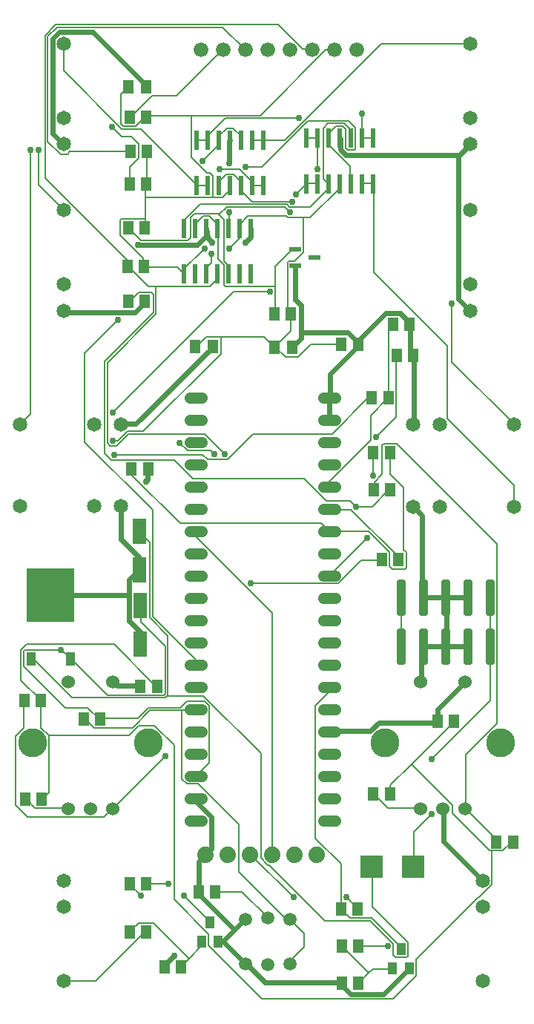
<source format=gtl>
G04 EAGLE Gerber RS-274X export*
G75*
%MOMM*%
%FSLAX34Y34*%
%LPD*%
%INTop Copper*%
%IPPOS*%
%AMOC8*
5,1,8,0,0,1.08239X$1,22.5*%
G01*
%ADD10C,1.308000*%
%ADD11R,1.300000X1.500000*%
%ADD12R,2.540000X2.540000*%
%ADD13R,1.600000X3.000000*%
%ADD14C,0.500000*%
%ADD15R,5.400000X6.200000*%
%ADD16R,1.000000X1.600000*%
%ADD17C,1.676400*%
%ADD18C,1.650000*%
%ADD19C,1.879600*%
%ADD20R,0.600000X2.200000*%
%ADD21R,1.300000X1.600000*%
%ADD22R,1.320800X0.558800*%
%ADD23R,1.320800X0.508000*%
%ADD24C,1.508000*%
%ADD25R,1.000000X1.400000*%
%ADD26C,1.524000*%
%ADD27C,3.302000*%
%ADD28C,0.609600*%
%ADD29C,0.756400*%
%ADD30C,0.152400*%


D10*
X992060Y465900D02*
X1005140Y465900D01*
X1005140Y440500D02*
X992060Y440500D01*
X992060Y415100D02*
X1005140Y415100D01*
X1005140Y389700D02*
X992060Y389700D01*
X992060Y364300D02*
X1005140Y364300D01*
X1005140Y338900D02*
X992060Y338900D01*
X992060Y313500D02*
X1005140Y313500D01*
X1005140Y288100D02*
X992060Y288100D01*
X992060Y262700D02*
X1005140Y262700D01*
X1005140Y237300D02*
X992060Y237300D01*
X992060Y211900D02*
X1005140Y211900D01*
X1005140Y186500D02*
X992060Y186500D01*
X992060Y161100D02*
X1005140Y161100D01*
X1005140Y135700D02*
X992060Y135700D01*
X992060Y110300D02*
X1005140Y110300D01*
X1005140Y84900D02*
X992060Y84900D01*
X992060Y59500D02*
X1005140Y59500D01*
X1005140Y34100D02*
X992060Y34100D01*
X992060Y8700D02*
X1005140Y8700D01*
X1005140Y-16700D02*
X992060Y-16700D01*
X1144460Y465900D02*
X1157540Y465900D01*
X1157540Y440500D02*
X1144460Y440500D01*
X1144460Y415100D02*
X1157540Y415100D01*
X1157540Y389700D02*
X1144460Y389700D01*
X1144460Y364300D02*
X1157540Y364300D01*
X1157540Y338900D02*
X1144460Y338900D01*
X1144460Y313500D02*
X1157540Y313500D01*
X1157540Y288100D02*
X1144460Y288100D01*
X1144460Y262700D02*
X1157540Y262700D01*
X1157540Y237300D02*
X1144460Y237300D01*
X1144460Y211900D02*
X1157540Y211900D01*
X1157540Y186500D02*
X1144460Y186500D01*
X1144460Y161100D02*
X1157540Y161100D01*
X1157540Y135700D02*
X1144460Y135700D01*
X1144460Y110300D02*
X1157540Y110300D01*
X1157540Y84900D02*
X1144460Y84900D01*
X1144460Y59500D02*
X1157540Y59500D01*
X1157540Y34100D02*
X1144460Y34100D01*
X1144460Y8700D02*
X1157540Y8700D01*
X1157540Y-16700D02*
X1144460Y-16700D01*
D11*
X921700Y575900D03*
X940700Y575900D03*
X925200Y384300D03*
X944200Y384300D03*
X1228200Y513900D03*
X1247200Y513900D03*
X1224000Y549900D03*
X1243000Y549900D03*
D12*
X1246795Y-69400D03*
X1199805Y-69400D03*
D13*
X934000Y313700D03*
X934000Y269700D03*
D14*
X1236100Y200010D02*
X1236100Y163510D01*
X1231100Y163510D01*
X1231100Y200010D01*
X1236100Y200010D01*
X1236100Y168260D02*
X1231100Y168260D01*
X1231100Y173010D02*
X1236100Y173010D01*
X1236100Y177760D02*
X1231100Y177760D01*
X1231100Y182510D02*
X1236100Y182510D01*
X1236100Y187260D02*
X1231100Y187260D01*
X1231100Y192010D02*
X1236100Y192010D01*
X1236100Y196760D02*
X1231100Y196760D01*
X1236100Y219390D02*
X1236100Y255890D01*
X1236100Y219390D02*
X1231100Y219390D01*
X1231100Y255890D01*
X1236100Y255890D01*
X1236100Y224140D02*
X1231100Y224140D01*
X1231100Y228890D02*
X1236100Y228890D01*
X1236100Y233640D02*
X1231100Y233640D01*
X1231100Y238390D02*
X1236100Y238390D01*
X1236100Y243140D02*
X1231100Y243140D01*
X1231100Y247890D02*
X1236100Y247890D01*
X1236100Y252640D02*
X1231100Y252640D01*
X1261500Y200010D02*
X1261500Y163510D01*
X1256500Y163510D01*
X1256500Y200010D01*
X1261500Y200010D01*
X1261500Y168260D02*
X1256500Y168260D01*
X1256500Y173010D02*
X1261500Y173010D01*
X1261500Y177760D02*
X1256500Y177760D01*
X1256500Y182510D02*
X1261500Y182510D01*
X1261500Y187260D02*
X1256500Y187260D01*
X1256500Y192010D02*
X1261500Y192010D01*
X1261500Y196760D02*
X1256500Y196760D01*
X1261500Y219390D02*
X1261500Y255890D01*
X1261500Y219390D02*
X1256500Y219390D01*
X1256500Y255890D01*
X1261500Y255890D01*
X1261500Y224140D02*
X1256500Y224140D01*
X1256500Y228890D02*
X1261500Y228890D01*
X1261500Y233640D02*
X1256500Y233640D01*
X1256500Y238390D02*
X1261500Y238390D01*
X1261500Y243140D02*
X1256500Y243140D01*
X1256500Y247890D02*
X1261500Y247890D01*
X1261500Y252640D02*
X1256500Y252640D01*
X1286900Y200010D02*
X1286900Y163510D01*
X1281900Y163510D01*
X1281900Y200010D01*
X1286900Y200010D01*
X1286900Y168260D02*
X1281900Y168260D01*
X1281900Y173010D02*
X1286900Y173010D01*
X1286900Y177760D02*
X1281900Y177760D01*
X1281900Y182510D02*
X1286900Y182510D01*
X1286900Y187260D02*
X1281900Y187260D01*
X1281900Y192010D02*
X1286900Y192010D01*
X1286900Y196760D02*
X1281900Y196760D01*
X1286900Y219390D02*
X1286900Y255890D01*
X1286900Y219390D02*
X1281900Y219390D01*
X1281900Y255890D01*
X1286900Y255890D01*
X1286900Y224140D02*
X1281900Y224140D01*
X1281900Y228890D02*
X1286900Y228890D01*
X1286900Y233640D02*
X1281900Y233640D01*
X1281900Y238390D02*
X1286900Y238390D01*
X1286900Y243140D02*
X1281900Y243140D01*
X1281900Y247890D02*
X1286900Y247890D01*
X1286900Y252640D02*
X1281900Y252640D01*
X1312300Y200010D02*
X1312300Y163510D01*
X1307300Y163510D01*
X1307300Y200010D01*
X1312300Y200010D01*
X1312300Y168260D02*
X1307300Y168260D01*
X1307300Y173010D02*
X1312300Y173010D01*
X1312300Y177760D02*
X1307300Y177760D01*
X1307300Y182510D02*
X1312300Y182510D01*
X1312300Y187260D02*
X1307300Y187260D01*
X1307300Y192010D02*
X1312300Y192010D01*
X1312300Y196760D02*
X1307300Y196760D01*
X1312300Y219390D02*
X1312300Y255890D01*
X1312300Y219390D02*
X1307300Y219390D01*
X1307300Y255890D01*
X1312300Y255890D01*
X1312300Y224140D02*
X1307300Y224140D01*
X1307300Y228890D02*
X1312300Y228890D01*
X1312300Y233640D02*
X1307300Y233640D01*
X1307300Y238390D02*
X1312300Y238390D01*
X1312300Y243140D02*
X1307300Y243140D01*
X1307300Y247890D02*
X1312300Y247890D01*
X1312300Y252640D02*
X1307300Y252640D01*
X1337700Y200010D02*
X1337700Y163510D01*
X1332700Y163510D01*
X1332700Y200010D01*
X1337700Y200010D01*
X1337700Y168260D02*
X1332700Y168260D01*
X1332700Y173010D02*
X1337700Y173010D01*
X1337700Y177760D02*
X1332700Y177760D01*
X1332700Y182510D02*
X1337700Y182510D01*
X1337700Y187260D02*
X1332700Y187260D01*
X1332700Y192010D02*
X1337700Y192010D01*
X1337700Y196760D02*
X1332700Y196760D01*
X1337700Y219390D02*
X1337700Y255890D01*
X1337700Y219390D02*
X1332700Y219390D01*
X1332700Y255890D01*
X1337700Y255890D01*
X1337700Y224140D02*
X1332700Y224140D01*
X1332700Y228890D02*
X1337700Y228890D01*
X1337700Y233640D02*
X1332700Y233640D01*
X1332700Y238390D02*
X1337700Y238390D01*
X1337700Y243140D02*
X1332700Y243140D01*
X1332700Y247890D02*
X1337700Y247890D01*
X1337700Y252640D02*
X1332700Y252640D01*
D13*
X935500Y228300D03*
X935500Y184300D03*
D15*
X833200Y240900D03*
D16*
X810400Y167900D03*
X856000Y167900D03*
D17*
X1182250Y862800D03*
X1156850Y862800D03*
X1131450Y862800D03*
X1106050Y862800D03*
X1080650Y862800D03*
X1055250Y862800D03*
X1029850Y862800D03*
X1004450Y862800D03*
D18*
X1312000Y755000D03*
X1312000Y785000D03*
X1312000Y870000D03*
X848000Y755000D03*
X848000Y785000D03*
X848000Y870000D03*
D19*
X1010000Y-55600D03*
X1035400Y-55600D03*
X1060800Y-55600D03*
X1086200Y-55600D03*
X1111600Y-55600D03*
X1137000Y-55600D03*
D18*
X913000Y435500D03*
X883000Y435500D03*
X798000Y435500D03*
D20*
X1124900Y709800D03*
X1137600Y709800D03*
X1150300Y709800D03*
X1163000Y709800D03*
X1175700Y709800D03*
X1188400Y709800D03*
X1201100Y709800D03*
X1201100Y761800D03*
X1188400Y761800D03*
X1175700Y761800D03*
X1163000Y761800D03*
X1150300Y761800D03*
X1137600Y761800D03*
X1124900Y761800D03*
D18*
X1247000Y435500D03*
X1277000Y435500D03*
X1362000Y435500D03*
D21*
X997900Y524600D03*
X1017900Y524600D03*
D20*
X985600Y606800D03*
X998300Y606800D03*
X1011000Y606800D03*
X1023700Y606800D03*
X1036400Y606800D03*
X1049100Y606800D03*
X1061800Y606800D03*
X1061800Y658800D03*
X1049100Y658800D03*
X1036400Y658800D03*
X1023700Y658800D03*
X1011000Y658800D03*
X998300Y658800D03*
X985600Y658800D03*
D21*
X1164500Y527100D03*
X1184500Y527100D03*
X1088700Y523100D03*
X1108700Y523100D03*
D22*
X1112378Y635098D03*
X1112378Y616302D03*
D23*
X1134222Y625700D03*
D11*
X1088400Y561800D03*
X1107400Y561800D03*
D18*
X848000Y565000D03*
X848000Y595000D03*
X848000Y680000D03*
X1312000Y565000D03*
X1312000Y595000D03*
X1312000Y680000D03*
D20*
X999400Y707500D03*
X1012100Y707500D03*
X1024800Y707500D03*
X1037500Y707500D03*
X1050200Y707500D03*
X1062900Y707500D03*
X1075600Y707500D03*
X1075600Y759500D03*
X1062900Y759500D03*
X1050200Y759500D03*
X1037500Y759500D03*
X1024800Y759500D03*
X1012100Y759500D03*
X999400Y759500D03*
D21*
X922000Y820500D03*
X942000Y820500D03*
D24*
X1055250Y-179900D03*
X1055250Y-129100D03*
X1106050Y-179900D03*
X1106050Y-129100D03*
X1080650Y-181500D03*
X1080650Y-127500D03*
D11*
X1002000Y-98000D03*
X1021000Y-98000D03*
X870500Y99500D03*
X889500Y99500D03*
D25*
X1005500Y-154500D03*
X1024500Y-154500D03*
X1015000Y-132500D03*
D11*
X923000Y-89000D03*
X942000Y-89000D03*
X923000Y-143500D03*
X942000Y-143500D03*
X963000Y-183500D03*
X982000Y-183500D03*
D18*
X848000Y-85000D03*
X848000Y-115000D03*
X848000Y-200000D03*
D25*
X1223500Y-185500D03*
X1242500Y-185500D03*
X1233000Y-163500D03*
D11*
X1164500Y-117500D03*
X1183500Y-117500D03*
X1165500Y-159500D03*
X1184500Y-159500D03*
X1165500Y-202500D03*
X1184500Y-202500D03*
D18*
X1326000Y-85000D03*
X1326000Y-115000D03*
X1326000Y-200000D03*
D26*
X1281000Y-2930D03*
X1255600Y141850D03*
D27*
X1214960Y72000D03*
X1347040Y72000D03*
D26*
X1306400Y141850D03*
X1255600Y-2930D03*
X1306400Y-2930D03*
X878500Y-2930D03*
X853100Y141850D03*
D27*
X812460Y72000D03*
X944540Y72000D03*
D26*
X903900Y141850D03*
X853100Y-2930D03*
X903900Y-2930D03*
D18*
X913000Y342000D03*
X883000Y342000D03*
X798000Y342000D03*
X1247000Y341500D03*
X1277000Y341500D03*
X1362000Y341500D03*
D11*
X1342000Y-41000D03*
X1361000Y-41000D03*
X1274500Y96500D03*
X1293500Y96500D03*
X1201500Y13500D03*
X1220500Y13500D03*
X803000Y120500D03*
X822000Y120500D03*
X804000Y7500D03*
X823000Y7500D03*
X935500Y136500D03*
X954500Y136500D03*
X1211000Y281000D03*
X1230000Y281000D03*
X1199500Y466000D03*
X1218500Y466000D03*
X1202000Y360500D03*
X1221000Y360500D03*
X1201500Y403000D03*
X1220500Y403000D03*
X923000Y786000D03*
X942000Y786000D03*
X924000Y747000D03*
X943000Y747000D03*
X923000Y709500D03*
X942000Y709500D03*
X921500Y660000D03*
X940500Y660000D03*
X920500Y615500D03*
X939500Y615500D03*
D28*
X1281684Y-3048D02*
X1281684Y-40386D01*
X1325880Y-84582D01*
X1281684Y-3048D02*
X1281000Y-2930D01*
X1325880Y-84582D02*
X1326000Y-85000D01*
X1283970Y237744D02*
X1259586Y237744D01*
X1259000Y237640D01*
X1283970Y237744D02*
X1284400Y237640D01*
X1287018Y237744D02*
X1309116Y237744D01*
X1309800Y237640D01*
X1287018Y237744D02*
X1284400Y237640D01*
X1255776Y178308D02*
X1255776Y142494D01*
X1255776Y178308D02*
X1258824Y181356D01*
X1255776Y142494D02*
X1255600Y141850D01*
X1258824Y181356D02*
X1259000Y181760D01*
X1261872Y182118D02*
X1283970Y182118D01*
X1284400Y181760D01*
X1261872Y182118D02*
X1259000Y181760D01*
X1287018Y182118D02*
X1309116Y182118D01*
X1309800Y181760D01*
X1287018Y182118D02*
X1284400Y181760D01*
X1284732Y185166D02*
X1284732Y234696D01*
X1284400Y237640D01*
X1284732Y185166D02*
X1284400Y181760D01*
X1163574Y749046D02*
X1163574Y761238D01*
X1163574Y749046D02*
X1169670Y742950D01*
X1298448Y742950D02*
X1299972Y742950D01*
X1298448Y742950D02*
X1169670Y742950D01*
X1299972Y742950D02*
X1311402Y754380D01*
X1163574Y761238D02*
X1163000Y761800D01*
X1311402Y754380D02*
X1312000Y755000D01*
X1151382Y465582D02*
X1151382Y441198D01*
X1151000Y440500D01*
X1151382Y465582D02*
X1151000Y465900D01*
X1112520Y577596D02*
X1112520Y615696D01*
X1112520Y577596D02*
X1118616Y571500D01*
X1118616Y540258D02*
X1118616Y533400D01*
X1118616Y540258D02*
X1118616Y571500D01*
X1118616Y533400D02*
X1108710Y523494D01*
X1112520Y615696D02*
X1112378Y616302D01*
X1108710Y523494D02*
X1108700Y523100D01*
X1184148Y527304D02*
X1184148Y528828D01*
X1172718Y540258D01*
X1118616Y540258D01*
X1184148Y527304D02*
X1184500Y527100D01*
X1152144Y493014D02*
X1152144Y468630D01*
X1152144Y493014D02*
X1183386Y524256D01*
X1152144Y468630D02*
X1151000Y465900D01*
X1183386Y524256D02*
X1184500Y527100D01*
X1243584Y517398D02*
X1243584Y549402D01*
X1243584Y517398D02*
X1246632Y514350D01*
X1243584Y549402D02*
X1243000Y549900D01*
X1246632Y514350D02*
X1247200Y513900D01*
X1247394Y511302D02*
X1247394Y435864D01*
X1247394Y511302D02*
X1247200Y513900D01*
X1247394Y435864D02*
X1247000Y435500D01*
X1184910Y531876D02*
X1215390Y562356D01*
X1232154Y562356D01*
X1242060Y552450D01*
X1184910Y531876D02*
X1184500Y527100D01*
X1243000Y549900D02*
X1242060Y552450D01*
X1298448Y578358D02*
X1298448Y742950D01*
X1298448Y578358D02*
X1311402Y565404D01*
X1312000Y565000D01*
X1257300Y331470D02*
X1257300Y240030D01*
X1257300Y331470D02*
X1247394Y341376D01*
X1257300Y240030D02*
X1259000Y237640D01*
X1247394Y341376D02*
X1247000Y341500D01*
X1242060Y-185928D02*
X1213104Y-214884D01*
X1175766Y-214884D01*
X1165860Y-204978D01*
X1165860Y-202692D01*
X1242060Y-185928D02*
X1242500Y-185500D01*
X1165860Y-202692D02*
X1165500Y-202500D01*
X1030224Y-153924D02*
X1024890Y-153924D01*
X1042797Y-141351D02*
X1054608Y-129540D01*
X1042797Y-141351D02*
X1030224Y-153924D01*
X1024890Y-153924D02*
X1024500Y-154500D01*
X1054608Y-129540D02*
X1055250Y-129100D01*
X963168Y-181356D02*
X963168Y-182880D01*
X963168Y-181356D02*
X973836Y-170688D01*
X963168Y-182880D02*
X963000Y-183500D01*
X1031748Y-156210D02*
X1055370Y-179832D01*
X1031748Y-156210D02*
X1030224Y-153924D01*
X1055250Y-179900D02*
X1055370Y-179832D01*
X1077468Y-201168D02*
X1162812Y-201168D01*
X1077468Y-201168D02*
X1057656Y-181356D01*
X1162812Y-201168D02*
X1165500Y-202500D01*
X1057656Y-181356D02*
X1055250Y-179900D01*
X1002030Y-97536D02*
X1002030Y-63246D01*
X1009650Y-55626D01*
X1002030Y-97536D02*
X1002000Y-98000D01*
X1009650Y-55626D02*
X1010000Y-55600D01*
X998982Y5334D02*
X998982Y8382D01*
X998982Y5334D02*
X1016508Y-12192D01*
X1016508Y-48768D01*
X1011936Y-53340D01*
X998982Y8382D02*
X998600Y8700D01*
X1011936Y-53340D02*
X1010000Y-55600D01*
X1002030Y-100584D02*
X1042797Y-141351D01*
X1002030Y-100584D02*
X1002000Y-98000D01*
X941832Y820674D02*
X941832Y822198D01*
X880872Y883158D01*
X842772Y883158D01*
X835152Y875538D01*
X835152Y767334D01*
X847344Y755142D01*
X941832Y820674D02*
X942000Y820500D01*
X848000Y755000D02*
X847344Y755142D01*
X940308Y575310D02*
X940308Y573786D01*
X929640Y563118D01*
X849630Y563118D01*
X848106Y564642D01*
X940308Y575310D02*
X940700Y575900D01*
X848106Y564642D02*
X848000Y565000D01*
X1010412Y649986D02*
X1010412Y658368D01*
X1010412Y649986D02*
X1000506Y640080D01*
X932688Y640080D01*
X1010412Y658368D02*
X1011000Y658800D01*
X1061466Y658368D02*
X1061466Y649224D01*
X1055370Y643128D01*
X1017270Y643128D02*
X1011936Y648462D01*
X1061466Y658368D02*
X1061800Y658800D01*
X1011000Y658800D02*
X1011936Y648462D01*
X1037082Y733044D02*
X1037082Y758952D01*
X1037500Y759500D01*
X1017270Y524256D02*
X1017270Y522732D01*
X930402Y435864D01*
X913638Y435864D01*
X1017270Y524256D02*
X1017900Y524600D01*
X913638Y435864D02*
X913000Y435500D01*
X944118Y384048D02*
X944118Y372618D01*
X941832Y370332D01*
X944118Y384048D02*
X944200Y384300D01*
X933450Y284226D02*
X933450Y269748D01*
X933450Y284226D02*
X913638Y304038D01*
X913638Y341376D01*
X933450Y269748D02*
X934000Y269700D01*
X913638Y341376D02*
X913000Y342000D01*
X934974Y198882D02*
X934974Y184404D01*
X934974Y198882D02*
X922782Y211074D01*
X922782Y240792D02*
X922782Y258318D01*
X922782Y240792D02*
X922782Y211074D01*
X922782Y258318D02*
X931926Y267462D01*
X934974Y184404D02*
X935500Y184300D01*
X931926Y267462D02*
X934000Y269700D01*
X922782Y240792D02*
X833628Y240792D01*
X833200Y240900D01*
D29*
X973836Y-170688D03*
X932688Y640080D03*
X1055370Y643128D03*
X1017270Y643128D03*
X1037082Y733044D03*
X941832Y370332D03*
D28*
X1274826Y110490D02*
X1274826Y96774D01*
X1274826Y110490D02*
X1306068Y141732D01*
X1274826Y96774D02*
X1274500Y96500D01*
X1306068Y141732D02*
X1306400Y141850D01*
X1197864Y85344D02*
X1151382Y85344D01*
X1197864Y85344D02*
X1207770Y95250D01*
X1271778Y95250D01*
X1151382Y85344D02*
X1151000Y84900D01*
X1271778Y95250D02*
X1274500Y96500D01*
D30*
X1341882Y-38100D02*
X1341882Y-40386D01*
X1341882Y-38100D02*
X1306830Y-3048D01*
X1341882Y-40386D02*
X1342000Y-41000D01*
X1306830Y-3048D02*
X1306400Y-2930D01*
X1202436Y361188D02*
X1202436Y369570D01*
X1211580Y378714D01*
X1211580Y411480D01*
X1213104Y413004D01*
X1228344Y413004D01*
X1342644Y298704D01*
X1342644Y94488D01*
X1306830Y58674D01*
X1306830Y-2286D01*
X1202000Y360500D02*
X1202436Y361188D01*
X1306830Y-2286D02*
X1306400Y-2930D01*
X1220724Y360426D02*
X1219200Y360426D01*
X1200150Y341376D01*
X1181862Y341376D01*
X1220724Y360426D02*
X1221000Y360500D01*
X923544Y576072D02*
X922020Y576072D01*
X923544Y576072D02*
X933450Y585978D01*
X947928Y585978D01*
X950214Y583692D01*
X950214Y563118D01*
X894588Y507492D01*
X894588Y402336D01*
X902208Y394716D01*
X973836Y394716D01*
X995172Y373380D01*
X1122426Y373380D01*
X1147572Y348234D01*
X1175004Y348234D01*
X1181862Y341376D01*
X922020Y576072D02*
X921700Y575900D01*
D29*
X1181862Y341376D03*
D30*
X1201674Y12954D02*
X1203198Y12954D01*
X1218438Y-2286D01*
X1255014Y-2286D01*
X1201674Y12954D02*
X1201500Y13500D01*
X1255014Y-2286D02*
X1255600Y-2930D01*
X1200912Y377190D02*
X1200912Y402336D01*
X1201500Y403000D01*
D29*
X1200912Y377190D03*
D30*
X925830Y377190D02*
X925830Y384048D01*
X925830Y377190D02*
X980694Y322326D01*
X1142238Y322326D01*
X1150620Y313944D01*
X925830Y384048D02*
X925200Y384300D01*
X1150620Y313944D02*
X1151000Y313500D01*
X1220724Y378714D02*
X1220724Y402336D01*
X1220724Y378714D02*
X1235964Y363474D01*
X1235964Y292608D01*
X1239012Y289560D01*
X1239012Y272034D01*
X1237488Y270510D01*
X1223010Y270510D01*
X1219962Y273558D01*
X1219962Y289560D01*
X1196340Y313182D01*
X1151382Y313182D01*
X1220724Y402336D02*
X1220500Y403000D01*
X1151000Y313500D02*
X1151382Y313182D01*
X1220724Y23622D02*
X1220724Y13716D01*
X1244727Y47625D02*
X1293114Y96012D01*
X1244727Y47625D02*
X1220724Y23622D01*
X1220724Y13716D02*
X1220500Y13500D01*
X1293114Y96012D02*
X1293500Y96500D01*
X1359408Y-41148D02*
X1360932Y-41148D01*
X1359408Y-41148D02*
X1349502Y-51054D01*
X1336548Y-51054D02*
X1334262Y-51054D01*
X1336548Y-51054D02*
X1349502Y-51054D01*
X1334262Y-51054D02*
X1291590Y-8382D01*
X1291590Y762D01*
X1244727Y47625D01*
X1361000Y-41000D02*
X1360932Y-41148D01*
X822198Y89154D02*
X822198Y120396D01*
X830961Y80391D02*
X831342Y80010D01*
X830961Y80391D02*
X822198Y89154D01*
X831342Y80010D02*
X831342Y15240D01*
X823722Y7620D01*
X822198Y120396D02*
X822000Y120500D01*
X823722Y7620D02*
X823000Y7500D01*
X952500Y137160D02*
X954024Y137160D01*
X952500Y137160D02*
X905256Y184404D01*
X805434Y184404D01*
X799338Y178308D01*
X799338Y143256D01*
X821436Y121158D01*
X954024Y137160D02*
X954500Y136500D01*
X822000Y120500D02*
X821436Y121158D01*
X1336548Y-51054D02*
X1336548Y-89916D01*
X1322070Y-104394D01*
X1321308Y-104394D01*
X1250442Y-175260D01*
X1250442Y-193548D01*
X1223772Y-220218D01*
X1074420Y-220218D01*
X1013460Y-159258D01*
X1013460Y-146304D01*
X973836Y-106680D01*
X973836Y69342D01*
X951738Y91440D01*
X933450Y91440D01*
X922782Y80772D01*
X831342Y80772D01*
X830961Y80391D01*
X802386Y89154D02*
X802386Y120396D01*
X802386Y89154D02*
X793242Y80010D01*
X793242Y762D01*
X806958Y-12954D01*
X893826Y-12954D01*
X903732Y-3048D01*
X803000Y120500D02*
X802386Y120396D01*
X903732Y-3048D02*
X903900Y-2930D01*
X1187958Y280416D02*
X1210818Y280416D01*
X1187958Y280416D02*
X1161288Y253746D01*
X1061466Y253746D01*
X963930Y57150D02*
X904494Y-2286D01*
X1210818Y280416D02*
X1211000Y281000D01*
X904494Y-2286D02*
X903900Y-2930D01*
D29*
X1061466Y253746D03*
X963930Y57150D03*
D30*
X806196Y6858D02*
X804672Y6858D01*
X806196Y6858D02*
X815340Y-2286D01*
X852678Y-2286D01*
X804672Y6858D02*
X804000Y7500D01*
X852678Y-2286D02*
X853100Y-2930D01*
X1195578Y465582D02*
X1199388Y465582D01*
X1195578Y465582D02*
X1154430Y424434D01*
X1063752Y424434D01*
X1034796Y395478D01*
X1011936Y395478D01*
X1006602Y400812D01*
X905256Y400812D01*
X1199388Y465582D02*
X1199500Y466000D01*
D29*
X905256Y400812D03*
D30*
X1247394Y-29718D02*
X1247394Y-69342D01*
X1247394Y-29718D02*
X1267968Y-9144D01*
X1267968Y53340D02*
X1335024Y120396D01*
X1335024Y181356D01*
X1247394Y-69342D02*
X1246795Y-69400D01*
X1335024Y181356D02*
X1335200Y181760D01*
X1335024Y182118D02*
X1335024Y236982D01*
X1335200Y237640D01*
X1335024Y182118D02*
X1335200Y181760D01*
D29*
X1267968Y-9144D03*
X1267968Y53340D03*
D30*
X1233678Y182118D02*
X1233678Y236982D01*
X1233678Y182118D02*
X1233600Y181760D01*
X1233678Y236982D02*
X1233600Y237640D01*
X813054Y167640D02*
X810768Y167640D01*
X813054Y167640D02*
X857250Y123444D01*
X963930Y123444D01*
X966597Y126111D02*
X966978Y126492D01*
X966597Y126111D02*
X963930Y123444D01*
X966978Y126492D02*
X966978Y194310D01*
X946404Y214884D01*
X946404Y300990D01*
X934212Y313182D01*
X810768Y167640D02*
X810400Y167900D01*
X934212Y313182D02*
X934000Y313700D01*
X1200150Y-70104D02*
X1200150Y-115062D01*
X1240536Y-155448D01*
X1240536Y-171450D01*
X1239012Y-172974D01*
X1226820Y-172974D01*
X1223772Y-169926D01*
X1223772Y-156972D01*
X1197864Y-131064D01*
X1146048Y-131064D01*
X1082802Y-67818D01*
X1081278Y-67818D01*
X1072896Y-59436D01*
X1072896Y60198D01*
X1007364Y125730D01*
X966978Y125730D01*
X1199805Y-69400D02*
X1200150Y-70104D01*
X966978Y125730D02*
X966597Y126111D01*
X1049274Y659130D02*
X1049274Y663702D01*
X1058418Y672846D01*
X1101852Y672846D01*
X1103376Y671322D01*
X1121664Y671322D02*
X1129284Y671322D01*
X1121664Y671322D02*
X1103376Y671322D01*
X1129284Y671322D02*
X1162812Y704850D01*
X1162812Y709422D01*
X1049274Y659130D02*
X1049100Y658800D01*
X1162812Y709422D02*
X1163000Y709800D01*
X1107186Y561594D02*
X1107186Y541782D01*
X1088898Y523494D01*
X1107186Y561594D02*
X1107400Y561800D01*
X1088898Y523494D02*
X1088700Y523100D01*
X1000506Y525018D02*
X998220Y525018D01*
X1000506Y525018D02*
X1010412Y534924D01*
X1027176Y534924D02*
X1076706Y534924D01*
X1027176Y534924D02*
X1010412Y534924D01*
X1076706Y534924D02*
X1088136Y523494D01*
X998220Y525018D02*
X997900Y524600D01*
X1088136Y523494D02*
X1088700Y523100D01*
X1130046Y526542D02*
X1164336Y526542D01*
X1130046Y526542D02*
X1115568Y512064D01*
X1101090Y512064D01*
X1089660Y523494D01*
X1164336Y526542D02*
X1164500Y527100D01*
X1089660Y523494D02*
X1088700Y523100D01*
X1121664Y631698D02*
X1121664Y671322D01*
X1121664Y631698D02*
X1111758Y621792D01*
X1104900Y621792D01*
X1103376Y620268D01*
X1103376Y566166D01*
X1107186Y562356D01*
X1107400Y561800D01*
X977646Y614934D02*
X939546Y614934D01*
X977646Y614934D02*
X985266Y607314D01*
X939546Y614934D02*
X939500Y615500D01*
X985266Y607314D02*
X985600Y606800D01*
X941070Y694182D02*
X941070Y708660D01*
X941070Y694182D02*
X941070Y669798D01*
X941070Y660654D01*
X941070Y708660D02*
X941832Y709422D01*
X941070Y660654D02*
X940500Y660000D01*
X941832Y709422D02*
X942000Y709500D01*
X942594Y710184D02*
X942594Y746760D01*
X943000Y747000D01*
X942594Y710184D02*
X942000Y709500D01*
X1037082Y707136D02*
X1037082Y701802D01*
X1029462Y694182D01*
X1018032Y694182D02*
X941070Y694182D01*
X1018032Y694182D02*
X1029462Y694182D01*
X1037082Y707136D02*
X1037500Y707500D01*
X938784Y624840D02*
X938784Y615696D01*
X938784Y624840D02*
X912114Y651510D01*
X912114Y668274D01*
X913638Y669798D01*
X941070Y669798D01*
X938784Y615696D02*
X939500Y615500D01*
X940308Y785622D02*
X941832Y785622D01*
X940308Y785622D02*
X930402Y775716D01*
X915924Y775716D01*
X913638Y778002D01*
X913638Y812292D01*
X921258Y819912D01*
X942000Y786000D02*
X941832Y785622D01*
X921258Y819912D02*
X922000Y820500D01*
X1146810Y862584D02*
X1156716Y862584D01*
X1146810Y862584D02*
X1072134Y787908D01*
X993648Y787908D02*
X944118Y787908D01*
X993648Y787908D02*
X1072134Y787908D01*
X944118Y787908D02*
X942594Y786384D01*
X1156716Y862584D02*
X1156850Y862800D01*
X942594Y786384D02*
X942000Y786000D01*
X1018032Y719328D02*
X1018032Y694182D01*
X1018032Y719328D02*
X1014984Y722376D01*
X1011174Y722376D01*
X993648Y739902D01*
X993648Y787908D01*
X1048512Y658368D02*
X1048512Y647700D01*
X1037082Y636270D01*
X1008888Y636270D02*
X982980Y610362D01*
X1048512Y658368D02*
X1049100Y658800D01*
X982980Y610362D02*
X985600Y606800D01*
X889254Y99822D02*
X887730Y99822D01*
X875538Y112014D01*
X849630Y112014D01*
X802386Y159258D01*
X802386Y176784D01*
X803910Y178308D01*
X845058Y178308D02*
X845820Y178308D01*
X845058Y178308D02*
X803910Y178308D01*
X845820Y178308D02*
X855726Y168402D01*
X889254Y99822D02*
X889500Y99500D01*
X856000Y167900D02*
X855726Y168402D01*
X935736Y210312D02*
X935736Y227838D01*
X935736Y210312D02*
X963930Y182118D01*
X963930Y128016D01*
X962406Y126492D01*
X897636Y126492D01*
X856488Y167640D01*
X935736Y227838D02*
X935500Y228300D01*
X856488Y167640D02*
X856000Y167900D01*
X1170432Y-104394D02*
X1183386Y-117348D01*
X1110234Y-104394D02*
X1061466Y-55626D01*
X1183386Y-117348D02*
X1183500Y-117500D01*
X1061466Y-55626D02*
X1060800Y-55600D01*
X967740Y-88392D02*
X942594Y-88392D01*
X942000Y-89000D01*
X932688Y99822D02*
X890016Y99822D01*
X932688Y99822D02*
X944880Y112014D01*
X980694Y112014D01*
X988314Y119634D01*
X1008888Y119634D01*
X1014222Y114300D01*
X1014222Y49530D01*
X998982Y34290D01*
X890016Y99822D02*
X889500Y99500D01*
X998600Y34100D02*
X998982Y34290D01*
X1027176Y515874D02*
X1027176Y534924D01*
X1027176Y515874D02*
X938784Y427482D01*
X920496Y427482D01*
X909828Y416814D01*
X903732Y416814D01*
D29*
X1037082Y636270D03*
X1008888Y636270D03*
X1170432Y-104394D03*
X1110234Y-104394D03*
X967740Y-88392D03*
X903732Y416814D03*
X845058Y178308D03*
D30*
X936498Y645414D02*
X922020Y659892D01*
X936498Y645414D02*
X989838Y645414D01*
X992886Y648462D01*
X992886Y671322D01*
X997458Y675894D01*
X1024128Y675894D01*
X1025271Y674751D02*
X1030986Y669036D01*
X1025271Y674751D02*
X1024128Y675894D01*
X1030986Y669036D02*
X1030986Y621792D01*
X1036320Y616458D01*
X1036320Y607314D01*
X922020Y659892D02*
X921500Y660000D01*
X1036320Y607314D02*
X1036400Y606800D01*
X1194054Y305562D02*
X1151382Y262890D01*
X1151000Y262700D01*
X1025271Y674751D02*
X1034034Y683514D01*
X1100328Y683514D01*
X1106424Y677418D01*
D29*
X1194054Y305562D03*
X1106424Y677418D03*
D30*
X922782Y614934D02*
X921258Y614934D01*
X922782Y614934D02*
X944880Y592836D01*
X953262Y592836D02*
X1014984Y592836D01*
X953262Y592836D02*
X944880Y592836D01*
X1014984Y592836D02*
X1023366Y601218D01*
X1023366Y606552D01*
X921258Y614934D02*
X920500Y615500D01*
X1023366Y606552D02*
X1023700Y606800D01*
X1008888Y424434D02*
X1031748Y401574D01*
X1008888Y424434D02*
X922020Y424434D01*
X908304Y410718D01*
X900684Y410718D01*
X897636Y413766D01*
X897636Y505968D01*
X953262Y561594D01*
X953262Y592836D01*
X1120902Y863346D02*
X1130808Y863346D01*
X1120902Y863346D02*
X1092708Y891540D01*
X838962Y891540D01*
X826770Y879348D01*
X826770Y716280D01*
X919734Y623316D01*
X919734Y615696D01*
X1130808Y863346D02*
X1131450Y862800D01*
X920500Y615500D02*
X919734Y615696D01*
D29*
X1031748Y401574D03*
D30*
X1024890Y707898D02*
X1024890Y712470D01*
X1033272Y720852D01*
X1041654Y720852D01*
X1050036Y712470D01*
X1050036Y707898D01*
X1024890Y707898D02*
X1024800Y707500D01*
X1050036Y707898D02*
X1050200Y707500D01*
X1062990Y689610D02*
X1108710Y689610D01*
X1062990Y689610D02*
X1050798Y701802D01*
X1050798Y707136D01*
X1050200Y707500D01*
D29*
X1108710Y689610D03*
D30*
X1024890Y759714D02*
X1024890Y764286D01*
X1034034Y773430D01*
X1040892Y773430D01*
X1050036Y764286D01*
X1050036Y759714D01*
X1024890Y759714D02*
X1024800Y759500D01*
X1050036Y759714D02*
X1050200Y759500D01*
X998220Y167640D02*
X998220Y161544D01*
X998220Y167640D02*
X949452Y216408D01*
X949452Y337566D01*
X871728Y415290D01*
X871728Y516636D01*
X909828Y554736D01*
X1006602Y736092D02*
X1024128Y753618D01*
X1024128Y758952D01*
X998220Y161544D02*
X998600Y161100D01*
X1024128Y758952D02*
X1024800Y759500D01*
D29*
X909828Y554736D03*
X1006602Y736092D03*
D30*
X1011936Y707898D02*
X999744Y707898D01*
X999400Y707500D01*
X1011936Y707898D02*
X1012100Y707500D01*
X999744Y708660D02*
X935736Y772668D01*
X914400Y772668D01*
X848106Y838962D01*
X848106Y869442D01*
X999744Y708660D02*
X999400Y707500D01*
X848106Y869442D02*
X848000Y870000D01*
X1062990Y759714D02*
X1075182Y759714D01*
X1062990Y759714D02*
X1062900Y759500D01*
X1075182Y759714D02*
X1075600Y759500D01*
X1075944Y759714D02*
X1100328Y759714D01*
X1210056Y869442D01*
X1311402Y869442D01*
X1075944Y759714D02*
X1075600Y759500D01*
X1311402Y869442D02*
X1312000Y870000D01*
X998982Y313182D02*
X998982Y307086D01*
X1085850Y220218D01*
X1085850Y-54864D01*
X998982Y313182D02*
X998600Y313500D01*
X1085850Y-54864D02*
X1086200Y-55600D01*
X923544Y746760D02*
X854964Y746760D01*
X851916Y743712D01*
X844296Y743712D01*
X829818Y758190D01*
X829818Y877824D01*
X840486Y888492D01*
X1029462Y888492D01*
X1054608Y863346D01*
X924000Y747000D02*
X923544Y746760D01*
X1054608Y863346D02*
X1055250Y862800D01*
X923544Y729234D02*
X923544Y710184D01*
X923544Y729234D02*
X933450Y739140D01*
X933450Y755142D01*
X925068Y763524D01*
X914400Y763524D01*
X902970Y774954D01*
X923544Y710184D02*
X923000Y709500D01*
D29*
X902970Y774954D03*
D30*
X986028Y669036D02*
X986028Y659130D01*
X986028Y669036D02*
X1003554Y686562D01*
X1102614Y686562D01*
X1105662Y683514D01*
X1129284Y683514D01*
X1149858Y704088D01*
X1149858Y709422D01*
X986028Y659130D02*
X985600Y658800D01*
X1149858Y709422D02*
X1150300Y709800D01*
X1175004Y762000D02*
X1175004Y771906D01*
X1168146Y778764D01*
X1149858Y778764D01*
X1144524Y773430D01*
X1144524Y715518D01*
X1149858Y710184D01*
X1175004Y762000D02*
X1175700Y761800D01*
X1149858Y710184D02*
X1150300Y709800D01*
X1037082Y677418D02*
X1037082Y659130D01*
X1055370Y729234D02*
X1074420Y729234D01*
X1126998Y781812D01*
X1173480Y781812D01*
X1181100Y774192D01*
X1181100Y749808D01*
X1179576Y748284D01*
X1171956Y748284D01*
X1169670Y750570D01*
X1169670Y772668D01*
X1166622Y775716D01*
X1159002Y775716D01*
X1150620Y767334D01*
X1150620Y762000D01*
X1037082Y659130D02*
X1036400Y658800D01*
X1150300Y761800D02*
X1150620Y762000D01*
X1175004Y729996D02*
X1175004Y710184D01*
X1175004Y729996D02*
X1150620Y754380D01*
X1150620Y761238D01*
X1175004Y710184D02*
X1175700Y709800D01*
X1150620Y761238D02*
X1150300Y761800D01*
D29*
X1037082Y677418D03*
X1055370Y729234D03*
D30*
X1188720Y762000D02*
X1200912Y762000D01*
X1188720Y762000D02*
X1188400Y761800D01*
X1200912Y762000D02*
X1201100Y761800D01*
X1188720Y762762D02*
X1188720Y790194D01*
X810006Y748284D02*
X810006Y447294D01*
X798576Y435864D01*
X1188400Y761800D02*
X1188720Y762762D01*
X798576Y435864D02*
X798000Y435500D01*
D29*
X1188720Y790194D03*
X810006Y748284D03*
D30*
X1125474Y762000D02*
X1136904Y762000D01*
X1125474Y762000D02*
X1124900Y761800D01*
X1136904Y762000D02*
X1137600Y761800D01*
X1137666Y761238D02*
X1137666Y726186D01*
X1290828Y573024D02*
X1290828Y506730D01*
X1361694Y435864D01*
X1137666Y761238D02*
X1137600Y761800D01*
X1361694Y435864D02*
X1362000Y435500D01*
D29*
X1137666Y726186D03*
X1290828Y573024D03*
D30*
X1011174Y607314D02*
X1011174Y614934D01*
X1016508Y620268D01*
X1016508Y630174D01*
X979932Y414528D02*
X989076Y405384D01*
X1015746Y405384D01*
X1019556Y401574D01*
X1011000Y606800D02*
X1011174Y607314D01*
D29*
X1016508Y630174D03*
X979932Y414528D03*
X1019556Y401574D03*
D30*
X998982Y659130D02*
X998982Y664464D01*
X1007364Y672846D01*
X1014222Y672846D01*
X1023366Y663702D01*
X1023366Y659130D01*
X998982Y659130D02*
X998300Y658800D01*
X1023366Y659130D02*
X1023700Y658800D01*
X1108710Y634746D02*
X1111758Y634746D01*
X1108710Y634746D02*
X1089660Y615696D01*
X1089660Y592836D02*
X1089660Y563118D01*
X1089660Y592836D02*
X1089660Y615696D01*
X1089660Y563118D02*
X1088898Y562356D01*
X1111758Y634746D02*
X1112378Y635098D01*
X1088898Y562356D02*
X1088400Y561800D01*
X1024128Y624078D02*
X1024128Y658368D01*
X1024128Y624078D02*
X1030986Y617220D01*
X1030986Y594360D01*
X1032510Y592836D01*
X1089660Y592836D01*
X1024128Y658368D02*
X1023700Y658800D01*
X1229868Y284226D02*
X1229868Y281178D01*
X1229868Y284226D02*
X1175766Y338328D01*
X1151382Y338328D01*
X1229868Y281178D02*
X1230000Y281000D01*
X1151382Y338328D02*
X1151000Y338900D01*
X1227582Y443484D02*
X1227582Y513588D01*
X1227582Y443484D02*
X1204722Y420624D01*
X1227582Y513588D02*
X1228200Y513900D01*
D29*
X1204722Y420624D03*
D30*
X1219200Y466344D02*
X1219200Y544830D01*
X1223772Y549402D01*
X1219200Y466344D02*
X1218500Y466000D01*
X1223772Y549402D02*
X1224000Y549900D01*
X1151382Y370332D02*
X1151382Y364998D01*
X1151382Y370332D02*
X1198626Y417576D01*
X1198626Y445770D01*
X1218438Y465582D01*
X1151382Y364998D02*
X1151000Y364300D01*
X1218438Y465582D02*
X1218500Y466000D01*
D28*
X934974Y137160D02*
X909066Y137160D01*
X904494Y141732D01*
X934974Y137160D02*
X935500Y136500D01*
X904494Y141732D02*
X903900Y141850D01*
D30*
X1062990Y707898D02*
X1075182Y707898D01*
X1062990Y707898D02*
X1062900Y707500D01*
X1075182Y707898D02*
X1075600Y707500D01*
X1062990Y708660D02*
X1062990Y712470D01*
X1048512Y726948D01*
X1025652Y726948D01*
X819150Y708660D02*
X819150Y748284D01*
X819150Y708660D02*
X847344Y680466D01*
X1062900Y707500D02*
X1062990Y708660D01*
X848000Y680000D02*
X847344Y680466D01*
D29*
X1025652Y726948D03*
X819150Y748284D03*
D30*
X999744Y759714D02*
X1011936Y759714D01*
X999744Y759714D02*
X999400Y759500D01*
X1011936Y759714D02*
X1012100Y759500D01*
X1011936Y760476D02*
X1011936Y764286D01*
X1032510Y784860D01*
X1116330Y784860D01*
X1011936Y760476D02*
X1012100Y759500D01*
D29*
X1116330Y784860D03*
D30*
X1051560Y-98298D02*
X1021080Y-98298D01*
X1051560Y-98298D02*
X1080516Y-127254D01*
X1021080Y-98298D02*
X1021000Y-98000D01*
X1080516Y-127254D02*
X1080650Y-127500D01*
X1106424Y-176784D02*
X1106424Y-179832D01*
X1106424Y-176784D02*
X1122426Y-160782D01*
X1122426Y-145542D01*
X1106424Y-129540D01*
X1106424Y-179832D02*
X1106050Y-179900D01*
X1106424Y-129540D02*
X1106050Y-129100D01*
X872490Y99060D02*
X870966Y99060D01*
X872490Y99060D02*
X882396Y89154D01*
X926592Y89154D01*
X946404Y108966D01*
X982980Y108966D02*
X997458Y108966D01*
X982980Y108966D02*
X946404Y108966D01*
X997458Y108966D02*
X998220Y109728D01*
X870966Y99060D02*
X870500Y99500D01*
X998220Y109728D02*
X998600Y110300D01*
X1101090Y-128778D02*
X1105662Y-128778D01*
X1101090Y-128778D02*
X1047750Y-75438D01*
X1047750Y-21336D01*
X1001268Y25146D01*
X988314Y25146D01*
X982980Y30480D01*
X982980Y108966D01*
X1105662Y-128778D02*
X1106050Y-129100D01*
X1014984Y-131826D02*
X985266Y-102108D01*
X936498Y-102108D02*
X923544Y-89154D01*
X1014984Y-131826D02*
X1015000Y-132500D01*
X923544Y-89154D02*
X923000Y-89000D01*
D29*
X985266Y-102108D03*
X936498Y-102108D03*
D30*
X1005078Y-154686D02*
X1005078Y-160020D01*
X990981Y-174117D02*
X982218Y-182880D01*
X990981Y-174117D02*
X1005078Y-160020D01*
X1005078Y-154686D02*
X1005500Y-154500D01*
X982218Y-182880D02*
X982000Y-183500D01*
X933450Y-133350D02*
X923544Y-143256D01*
X933450Y-133350D02*
X950214Y-133350D01*
X990981Y-174117D01*
X923544Y-143256D02*
X923000Y-143500D01*
X940308Y-144018D02*
X941832Y-144018D01*
X940308Y-144018D02*
X884682Y-199644D01*
X848106Y-199644D01*
X941832Y-144018D02*
X942000Y-143500D01*
X848106Y-199644D02*
X848000Y-200000D01*
X1200912Y-185928D02*
X1223010Y-185928D01*
X1196340Y-190500D02*
X1184910Y-201930D01*
X1196340Y-190500D02*
X1200912Y-185928D01*
X1223010Y-185928D02*
X1223500Y-185500D01*
X1184910Y-201930D02*
X1184500Y-202500D01*
X1196340Y-190500D02*
X1165860Y-160020D01*
X1165500Y-159500D01*
X1184910Y-160020D02*
X1217676Y-160020D01*
X1184910Y-160020D02*
X1184500Y-159500D01*
D29*
X1217676Y-160020D03*
D30*
X1232916Y-161544D02*
X1232916Y-163068D01*
X1232916Y-161544D02*
X1199388Y-128016D01*
X1175004Y-128016D01*
X1165098Y-118110D01*
X1232916Y-163068D02*
X1233000Y-163500D01*
X1165098Y-118110D02*
X1164500Y-117500D01*
X1150620Y129540D02*
X1150620Y135636D01*
X1150620Y129540D02*
X1135380Y114300D01*
X1135380Y-37338D01*
X1164336Y-66294D01*
X1164336Y-117348D01*
X1150620Y135636D02*
X1151000Y135700D01*
X1164336Y-117348D02*
X1164500Y-117500D01*
X925068Y786384D02*
X923544Y786384D01*
X925068Y786384D02*
X948690Y810006D01*
X976884Y810006D01*
X1029462Y862584D01*
X923544Y786384D02*
X923000Y786000D01*
X1029462Y862584D02*
X1029850Y862800D01*
X1125474Y710184D02*
X1136904Y710184D01*
X1125474Y710184D02*
X1124900Y709800D01*
X1136904Y710184D02*
X1137600Y709800D01*
X1124712Y709422D02*
X1113282Y697992D01*
X1083564Y586740D02*
X1041654Y586740D01*
X903732Y448818D01*
X1124712Y709422D02*
X1124900Y709800D01*
D29*
X1113282Y697992D03*
X1083564Y586740D03*
X903732Y448818D03*
D30*
X1188720Y710184D02*
X1200912Y710184D01*
X1188720Y710184D02*
X1188400Y709800D01*
X1200912Y710184D02*
X1201100Y709800D01*
X1201674Y709422D02*
X1201674Y608838D01*
X1285494Y525018D01*
X1285494Y441960D01*
X1361694Y365760D01*
X1361694Y342138D01*
X1201674Y709422D02*
X1201100Y709800D01*
X1361694Y342138D02*
X1362000Y341500D01*
M02*

</source>
